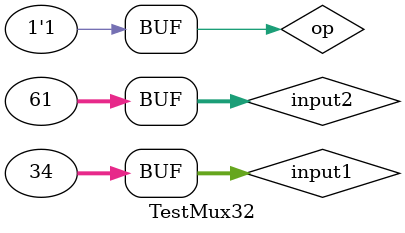
<source format=v>
`timescale 1ns / 1ps


module TestMux32;

	// Inputs
	reg [31:0] input1;
	reg [31:0] input2;
	reg op;

	// Outputs
	wire [31:0] out;

	// Instantiate the Unit Under Test (UUT)
	Mux_32 uut (
		.input1(input1), 
		.input2(input2), 
		.op(op), 
		.out(out)
	);

	initial begin
		// Initialize Inputs
		input1 = 0;
		input2 = 0;
		op = 0;

		// Wait 100 ns for global reset to finish
		#100;
        
		// Add stimulus here
		input1= 34;
		input2 = 61;
		op =0 ;
		#100;
		op = 1;

	end
      
endmodule


</source>
